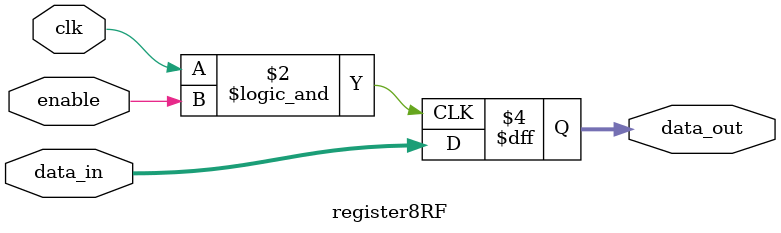
<source format=v>

module registerFile(
	input [7:0]dval,
	input dwrite,
	input [1:0]dregsel,
	input [1:0]sregsel,
    input clk,
	output reg zero,
	output reg negative,
	output [7:0]dbus,
	output [7:0]sbus
	);
	
	wire [3:0]res_enable;
	wire [7:0]res0,res1,res2,res3;

	demux_1x4 demux1(dwrite, dregsel, res_enable[0],res_enable[1],res_enable[2],res_enable[3]);

	register8RF r0(clk , dval, res_enable[0], res0 );
	register8RF r1(clk , dval, res_enable[1], res1 );
	register8RF r2(clk , dval, res_enable[2], res2 );
	register8RF r3(clk , dval, res_enable[3], res3 );
	
	mux_4x1 mux1(res0, res1, res2, res3, dregsel , dbus);
	mux_4x1 mux2(res0, res1, res2, res3, sregsel , sbus);

	always @(posedge clk)
		begin
			negative <= dbus[7];
			zero <= dbus[0]|dbus[1]|dbus[2]|dbus[3]|dbus[4]|dbus[5]|dbus[6]|dbus[7];			
		end
    initial
        begin
            zero <= 0;
            negative <=0;
        end
endmodule

// 8 bit register module
module register8(
	input clk,
	input [7:0]data_in,
	input enable,
	output reg [7:0]data_out
	);
	
	always @(posedge clk & enable)
		begin
				data_out <= data_in;
		end		

    initial 
        data_out <= 8'b00000000;        
endmodule

// 8 bit registerRF module
module register8RF(
	input clk,
	input [7:0]data_in,
	input enable,
	output reg [7:0]data_out
	);
	
	always @(posedge clk && enable)
		begin
				data_out <= data_in;
		end		

    initial 
        data_out <= 8'b00000000;        
endmodule

</source>
